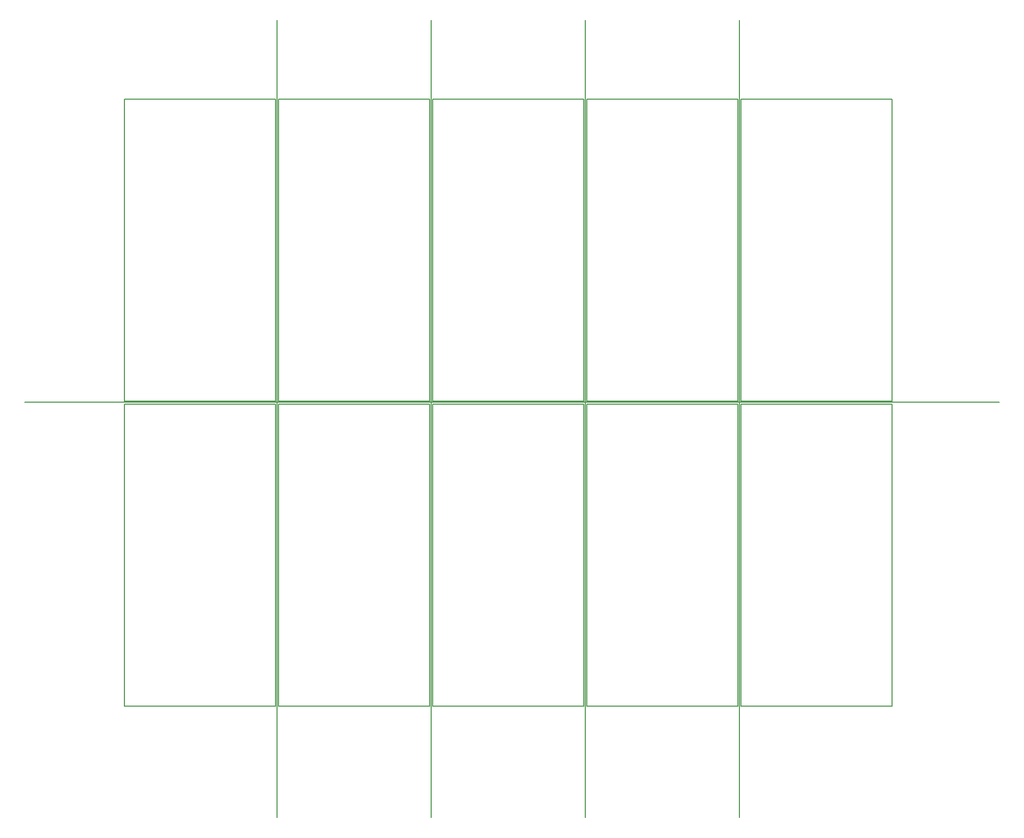
<source format=gm1>
G04 #@! TF.FileFunction,Profile,NP*
%FSLAX46Y46*%
G04 Gerber Fmt 4.6, Leading zero omitted, Abs format (unit mm)*
G04 Created by KiCad (PCBNEW 4.0.6) date 02/21/18 15:23:47*
%MOMM*%
%LPD*%
G01*
G04 APERTURE LIST*
%ADD10C,0.100000*%
%ADD11C,0.150000*%
G04 APERTURE END LIST*
D10*
D11*
X31750000Y-92202000D02*
X195580000Y-92202000D01*
X151892000Y-27940000D02*
X151892000Y-162052000D01*
X125984000Y-27940000D02*
X125984000Y-162052000D01*
X100076000Y-27940000D02*
X100076000Y-162052000D01*
X74168000Y-27940000D02*
X74168000Y-162052000D01*
X177546000Y-92481400D02*
X177546000Y-117881400D01*
X151638000Y-92481400D02*
X151638000Y-117881400D01*
X125730000Y-92481400D02*
X125730000Y-117881400D01*
X99822000Y-92481400D02*
X99822000Y-117881400D01*
X73914000Y-92481400D02*
X73914000Y-117881400D01*
X177546000Y-41173400D02*
X177546000Y-66573400D01*
X151638000Y-41173400D02*
X151638000Y-66573400D01*
X125730000Y-41173400D02*
X125730000Y-66573400D01*
X99822000Y-41173400D02*
X99822000Y-66573400D01*
X152146000Y-117881400D02*
X152146000Y-143281400D01*
X126238000Y-117881400D02*
X126238000Y-143281400D01*
X100330000Y-117881400D02*
X100330000Y-143281400D01*
X74422000Y-117881400D02*
X74422000Y-143281400D01*
X48514000Y-117881400D02*
X48514000Y-143281400D01*
X152146000Y-66573400D02*
X152146000Y-91973400D01*
X126238000Y-66573400D02*
X126238000Y-91973400D01*
X100330000Y-66573400D02*
X100330000Y-91973400D01*
X74422000Y-66573400D02*
X74422000Y-91973400D01*
X152146000Y-92481400D02*
X177546000Y-92481400D01*
X126238000Y-92481400D02*
X151638000Y-92481400D01*
X100330000Y-92481400D02*
X125730000Y-92481400D01*
X74422000Y-92481400D02*
X99822000Y-92481400D01*
X48514000Y-92481400D02*
X73914000Y-92481400D01*
X152146000Y-41173400D02*
X177546000Y-41173400D01*
X126238000Y-41173400D02*
X151638000Y-41173400D01*
X100330000Y-41173400D02*
X125730000Y-41173400D01*
X74422000Y-41173400D02*
X99822000Y-41173400D01*
X177546000Y-143281400D02*
X177546000Y-117881400D01*
X151638000Y-143281400D02*
X151638000Y-117881400D01*
X125730000Y-143281400D02*
X125730000Y-117881400D01*
X99822000Y-143281400D02*
X99822000Y-117881400D01*
X73914000Y-143281400D02*
X73914000Y-117881400D01*
X177546000Y-91973400D02*
X177546000Y-66573400D01*
X151638000Y-91973400D02*
X151638000Y-66573400D01*
X125730000Y-91973400D02*
X125730000Y-66573400D01*
X99822000Y-91973400D02*
X99822000Y-66573400D01*
X177546000Y-143281400D02*
X152146000Y-143281400D01*
X151638000Y-143281400D02*
X126238000Y-143281400D01*
X125730000Y-143281400D02*
X100330000Y-143281400D01*
X99822000Y-143281400D02*
X74422000Y-143281400D01*
X73914000Y-143281400D02*
X48514000Y-143281400D01*
X177546000Y-91973400D02*
X152146000Y-91973400D01*
X151638000Y-91973400D02*
X126238000Y-91973400D01*
X125730000Y-91973400D02*
X100330000Y-91973400D01*
X99822000Y-91973400D02*
X74422000Y-91973400D01*
X152146000Y-117881400D02*
X152146000Y-92481400D01*
X126238000Y-117881400D02*
X126238000Y-92481400D01*
X100330000Y-117881400D02*
X100330000Y-92481400D01*
X74422000Y-117881400D02*
X74422000Y-92481400D01*
X48514000Y-117881400D02*
X48514000Y-92481400D01*
X152146000Y-66573400D02*
X152146000Y-41173400D01*
X126238000Y-66573400D02*
X126238000Y-41173400D01*
X100330000Y-66573400D02*
X100330000Y-41173400D01*
X74422000Y-66573400D02*
X74422000Y-41173400D01*
X73914000Y-91973400D02*
X73914000Y-66573400D01*
X48514000Y-66573400D02*
X48514000Y-91973400D01*
X73914000Y-91973400D02*
X48514000Y-91973400D01*
X73914000Y-41173400D02*
X73914000Y-66573400D01*
X48514000Y-41173400D02*
X73914000Y-41173400D01*
X48514000Y-66573400D02*
X48514000Y-41173400D01*
M02*

</source>
